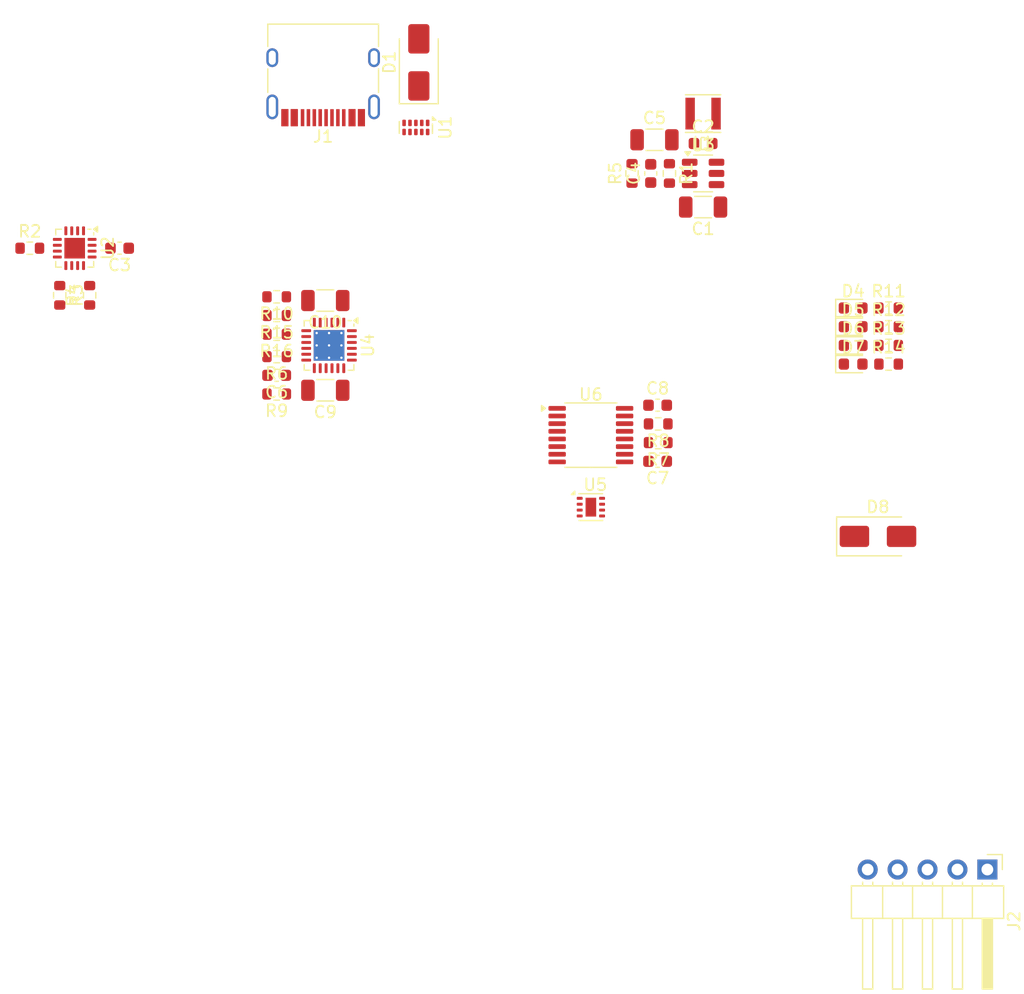
<source format=kicad_pcb>
(kicad_pcb (version 20241229) (generator "pcbnew") (generator_version "9.0")
  (layers (0 "F.Cu" signal) (2 "B.Cu" signal) (13 "F.Paste" user) (15 "B.Paste" user) (5 "F.SilkS" user "F.Silkscreen") (7 "B.SilkS" user "B.Silkscreen") (1 "F.Mask" user) (3 "B.Mask" user) (25 "Edge.Cuts" user))
  (net 0 "")
  (net 1 "GND")
  (net 2 "VBUS")
  (net 3 "Net-(U3-BOOST)")
  (net 4 "Net-(U3-SW)")
  (net 5 "Net-(U3-FB)")
  (net 6 "+3.3V")
  (net 7 "Net-(U4-dVdT)")
  (net 8 "Net-(C7-Pad1)")
  (net 9 "Net-(U6-~{Φ0})")
  (net 10 "VBUSP")
  (net 11 "Net-(D4-A)")
  (net 12 "Net-(D5-A)")
  (net 13 "Net-(D6-A)")
  (net 14 "Net-(D7-A)")
  (net 15 "FUSE_FAULT")
  (net 16 "D-")
  (net 17 "D+")
  (net 18 "CC1")
  (net 19 "CC2")
  (net 20 "CLK_BUS")
  (net 21 "Net-(U2-~{DEBUG})")
  (net 22 "Net-(U2-SDA{slash}SNK_VSET)")
  (net 23 "Net-(U2-SCL{slash}SNK_ISET)")
  (net 24 "Net-(U4-ILIM)")
  (net 25 "Net-(U6-Φ0)")
  (net 26 "Net-(U6-~{Φ1})")
  (net 27 "IMON")
  (net 28 "Net-(U4-UVLO)")
  (net 29 "CLK_LOW")
  (net 30 "PD_FAULT")
  (net 31 "Net-(U4-OVP)")
  (net 40 "SHUTDOWN")
  (net 45 "FAST")
  (net 49 "SLOW")
  (footprint "LED_SMD:LED_0603_1608Metric" (layer "F.Cu") (at 190.5375 93.98)
    (property "Reference" "D4" (at 0 -1.43 0) (layer "F.SilkS"))
    (property "Value" "VBUS")
    (fp_line (start -1.485 -0.735) (end -1.485 0.735) (stroke (width 0.12)) (layer "F.SilkS"))
    (fp_line (start -1.485 0.735) (end 0.8 0.735) (stroke (width 0.12)) (layer "F.SilkS"))
    (fp_line (start 0.8 -0.735) (end -1.485 -0.735) (stroke (width 0.12)) (layer "F.SilkS"))
    (pad "1" smd roundrect (at -0.7875 0) (size 0.875 0.95) (layers "F.Cu" "F.Mask" "F.Paste") (net 1 "GND"))
    (pad "2" smd roundrect (at 0.7875 0) (size 0.875 0.95) (layers "F.Cu" "F.Mask" "F.Paste") (net 11 "Net-(D4-A)"))
  )
  (footprint "Resistor_SMD:R_0603_1608Metric" (layer "F.Cu") (at 125.73 92.9 90)
    (property "Reference" "R4" (at 0 -1.43 90) (layer "F.SilkS"))
    (property "Value" "Riset")
    (fp_line (start -0.237258 -0.5225) (end 0.237258 -0.5225) (stroke (width 0.12)) (layer "F.SilkS"))
    (fp_line (start -0.237258 0.5225) (end 0.237258 0.5225) (stroke (width 0.12)) (layer "F.SilkS"))
    (pad "1" smd roundrect (at -0.825 0 90) (size 0.8 0.95) (layers "F.Cu" "F.Mask" "F.Paste") (net 1 "GND"))
    (pad "2" smd roundrect (at 0.825 0 90) (size 0.8 0.95) (layers "F.Cu" "F.Mask" "F.Paste") (net 23 "Net-(U2-SCL{slash}SNK_ISET)"))
  )
  (footprint "LED_SMD:LED_0603_1608Metric" (layer "F.Cu") (at 190.5375 98.7425)
    (property "Reference" "D7" (at 0 -1.43 0) (layer "F.SilkS"))
    (property "Value" "FUSE FAULT")
    (fp_line (start -1.485 -0.735) (end -1.485 0.735) (stroke (width 0.12)) (layer "F.SilkS"))
    (fp_line (start -1.485 0.735) (end 0.8 0.735) (stroke (width 0.12)) (layer "F.SilkS"))
    (fp_line (start 0.8 -0.735) (end -1.485 -0.735) (stroke (width 0.12)) (layer "F.SilkS"))
    (pad "1" smd roundrect (at -0.7875 0) (size 0.875 0.95) (layers "F.Cu" "F.Mask" "F.Paste") (net 15 "FUSE_FAULT"))
    (pad "2" smd roundrect (at 0.7875 0) (size 0.875 0.95) (layers "F.Cu" "F.Mask" "F.Paste") (net 14 "Net-(D7-A)"))
  )
  (footprint "Resistor_SMD:R_0603_1608Metric" (layer "F.Cu") (at 123.19 92.9 -90)
    (property "Reference" "R3" (at 0 -1.43 90) (layer "F.SilkS"))
    (property "Value" "Rvset")
    (fp_line (start -0.237258 0.5225) (end 0.237258 0.5225) (stroke (width 0.12)) (layer "F.SilkS"))
    (fp_line (start -0.237258 -0.5225) (end 0.237258 -0.5225) (stroke (width 0.12)) (layer "F.SilkS"))
    (pad "1" smd roundrect (at -0.825 0 270) (size 0.8 0.95) (layers "F.Cu" "F.Mask" "F.Paste") (net 22 "Net-(U2-SDA{slash}SNK_VSET)"))
    (pad "2" smd roundrect (at 0.825 0 270) (size 0.8 0.95) (layers "F.Cu" "F.Mask" "F.Paste") (net 1 "GND"))
  )
  (footprint "Capacitor_SMD:C_1206_3216Metric" (layer "F.Cu") (at 145.7325 100.965 180)
    (property "Reference" "C9" (at 0 -1.85 0) (layer "F.SilkS"))
    (property "Value" "10μF 50V")
    (fp_line (start -0.711252 0.91) (end 0.711252 0.91) (stroke (width 0.12)) (layer "F.SilkS"))
    (fp_line (start -0.711252 -0.91) (end 0.711252 -0.91) (stroke (width 0.12)) (layer "F.SilkS"))
    (pad "1" smd roundrect (at -1.475 0 180) (size 1.15 1.8) (layers "F.Cu" "F.Mask" "F.Paste") (roundrect_rratio 0.217391) (net 10 "VBUSP"))
    (pad "2" smd roundrect (at 1.475 0 180) (size 1.15 1.8) (layers "F.Cu" "F.Mask" "F.Paste") (roundrect_rratio 0.217391) (net 1 "GND"))
  )
  (footprint "Resistor_SMD:R_0603_1608Metric" (layer "F.Cu") (at 173.99 105.41 180)
    (property "Reference" "R7" (at 0 -1.43 0) (layer "F.SilkS"))
    (property "Value" "8.45kΩ")
    (fp_line (start -0.237258 0.5225) (end 0.237258 0.5225) (stroke (width 0.12)) (layer "F.SilkS"))
    (fp_line (start -0.237258 -0.5225) (end 0.237258 -0.5225) (stroke (width 0.12)) (layer "F.SilkS"))
    (pad "1" smd roundrect (at -0.825 0 180) (size 0.8 0.95) (layers "F.Cu" "F.Mask" "F.Paste") (net 8 "Net-(C7-Pad1)"))
    (pad "2" smd roundrect (at 0.825 0 180) (size 0.8 0.95) (layers "F.Cu" "F.Mask" "F.Paste") (net 25 "Net-(U6-Φ0)"))
  )
  (footprint "Resistor_SMD:R_0603_1608Metric" (layer "F.Cu") (at 141.605 98.1075 180)
    (property "Reference" "R6" (at 0 -1.43 0) (layer "F.SilkS"))
    (property "Value" "*11kΩ")
    (fp_line (start -0.237258 0.5225) (end 0.237258 0.5225) (stroke (width 0.12)) (layer "F.SilkS"))
    (fp_line (start -0.237258 -0.5225) (end 0.237258 -0.5225) (stroke (width 0.12)) (layer "F.SilkS"))
    (pad "1" smd roundrect (at -0.825 0 180) (size 0.8 0.95) (layers "F.Cu" "F.Mask" "F.Paste") (net 24 "Net-(U4-ILIM)"))
    (pad "2" smd roundrect (at 0.825 0 180) (size 0.8 0.95) (layers "F.Cu" "F.Mask" "F.Paste") (net 1 "GND"))
  )
  (footprint "Package_DFN_QFN:WQFN-16-1EP_3x3mm_P0.5mm_EP1.75x1.75mm" (layer "F.Cu") (at 124.46 88.9 -90)
    (property "Reference" "U2" (at 0 -2.8 90) (layer "F.SilkS"))
    (property "Value" "HUSB238A")
    (fp_line (start -1.61 1.61) (end -1.61 1.135) (stroke (width 0.12)) (layer "F.SilkS"))
    (fp_line (start -1.135 1.61) (end -1.61 1.61) (stroke (width 0.12)) (layer "F.SilkS"))
    (fp_line (start 1.135 1.61) (end 1.61 1.61) (stroke (width 0.12)) (layer "F.SilkS"))
    (fp_line (start 1.61 1.61) (end 1.61 1.135) (stroke (width 0.12)) (layer "F.SilkS"))
    (fp_line (start -1.61 -1.135) (end -1.61 -1.37) (stroke (width 0.12)) (layer "F.SilkS"))
    (fp_line (start -1.135 -1.61) (end -1.31 -1.61) (stroke (width 0.12)) (layer "F.SilkS"))
    (fp_line (start 1.135 -1.61) (end 1.61 -1.61) (stroke (width 0.12)) (layer "F.SilkS"))
    (fp_line (start 1.61 -1.61) (end 1.61 -1.135) (stroke (width 0.12)) (layer "F.SilkS"))
    (fp_poly (pts (xy -1.61 -1.61) (xy -1.85 -1.94) (xy -1.37 -1.94)) (stroke (width 0.12)) (fill yes) (layer "F.SilkS"))
    (pad "1" smd roundrect (at -1.475 -0.75 270) (size 0.75 0.25) (layers "F.Cu" "F.Mask" "F.Paste") (net 17 "D+"))
    (pad "2" smd roundrect (at -1.475 -0.25 270) (size 0.75 0.25) (layers "F.Cu" "F.Mask" "F.Paste") (net 16 "D-"))
    (pad "3" smd roundrect (at -1.475 0.25 270) (size 0.75 0.25) (layers "F.Cu" "F.Mask" "F.Paste") (net 18 "CC1"))
    (pad "4" smd roundrect (at -1.475 0.75 270) (size 0.75 0.25) (layers "F.Cu" "F.Mask" "F.Paste") (net 19 "CC2"))
    (pad "5" smd roundrect (at -0.75 1.475 270) (size 0.25 0.75) (layers "F.Cu" "F.Mask" "F.Paste") (net 6 "+3.3V"))
    (pad "6" smd roundrect (at -0.25 1.475 270) (size 0.25 0.75) (layers "F.Cu" "F.Mask" "F.Paste") (net 21 "Net-(U2-~{DEBUG})"))
    (pad "7" smd roundrect (at 0.25 1.475 270) (size 0.25 0.75) (layers "F.Cu" "F.Mask" "F.Paste"))
    (pad "8" smd roundrect (at 0.75 1.475 270) (size 0.25 0.75) (layers "F.Cu" "F.Mask" "F.Paste"))
    (pad "9" smd roundrect (at 1.475 0.75 270) (size 0.75 0.25) (layers "F.Cu" "F.Mask" "F.Paste") (net 22 "Net-(U2-SDA{slash}SNK_VSET)"))
    (pad "10" smd roundrect (at 1.475 0.25 270) (size 0.75 0.25) (layers "F.Cu" "F.Mask" "F.Paste") (net 23 "Net-(U2-SCL{slash}SNK_ISET)"))
    (pad "11" smd roundrect (at 1.475 -0.25 270) (size 0.75 0.25) (layers "F.Cu" "F.Mask" "F.Paste"))
    (pad "12" smd roundrect (at 1.475 -0.75 270) (size 0.75 0.25) (layers "F.Cu" "F.Mask" "F.Paste") (net 1 "GND"))
    (pad "13" smd roundrect (at 0.75 -1.475 270) (size 0.25 0.75) (layers "F.Cu" "F.Mask" "F.Paste") (net 30 "PD_FAULT"))
    (pad "14" smd roundrect (at 0.25 -1.475 270) (size 0.25 0.75) (layers "F.Cu" "F.Mask" "F.Paste"))
    (pad "15" smd roundrect (at -0.25 -1.475 270) (size 0.25 0.75) (layers "F.Cu" "F.Mask" "F.Paste"))
    (pad "16" smd roundrect (at -0.75 -1.475 270) (size 0.25 0.75) (layers "F.Cu" "F.Mask" "F.Paste") (net 2 "VBUS"))
    (pad "17" smd rect (at 0 0 270) (size 1.75 1.75) (property pad_prop_heatsink) (layers "F.Cu" "F.Mask") (net 1 "GND"))
  )
  (footprint "Capacitor_SMD:C_0603_1608Metric" (layer "F.Cu") (at 128.27 88.9 180)
    (property "Reference" "C3" (at 0 -1.43 0) (layer "F.SilkS"))
    (property "Value" "1μF 50V")
    (fp_line (start -0.14058 0.51) (end 0.14058 0.51) (stroke (width 0.12)) (layer "F.SilkS"))
    (fp_line (start -0.14058 -0.51) (end 0.14058 -0.51) (stroke (width 0.12)) (layer "F.SilkS"))
    (pad "1" smd roundrect (at -0.775 0 180) (size 0.9 0.95) (layers "F.Cu" "F.Mask" "F.Paste") (net 1 "GND"))
    (pad "2" smd roundrect (at 0.775 0 180) (size 0.9 0.95) (layers "F.Cu" "F.Mask" "F.Paste") (net 2 "VBUS"))
  )
  (footprint "Diode_SMD:D_SMA" (layer "F.Cu") (at 153.67 73.12 90)
    (property "Reference" "D1" (at 0 -2.5 90) (layer "F.SilkS"))
    (property "Value" "≥28V TVS")
    (fp_line (start -3.51 -1.65) (end 2 -1.65) (stroke (width 0.12)) (layer "F.SilkS"))
    (fp_line (start -3.51 -1.65) (end -3.51 1.65) (stroke (width 0.12)) (layer "F.SilkS"))
    (fp_line (start -3.51 1.65) (end 2 1.65) (stroke (width 0.12)) (layer "F.SilkS"))
    (pad "1" smd roundrect (at -2 0 90) (size 2.5 1.8) (layers "F.Cu" "F.Mask" "F.Paste") (roundrect_rratio 0.1388888889) (net 2 "VBUS"))
    (pad "2" smd roundrect (at 2 0 90) (size 2.5 1.8) (layers "F.Cu" "F.Mask" "F.Paste") (roundrect_rratio 0.1388888889) (net 1 "GND"))
  )
  (footprint "Capacitor_SMD:C_0603_1608Metric" (layer "F.Cu") (at 173.355 82.55 90)
    (property "Reference" "C4" (at 0 -1.43 90) (layer "F.SilkS"))
    (property "Value" "100pF")
    (fp_line (start -0.14058 -0.51) (end 0.14058 -0.51) (stroke (width 0.12)) (layer "F.SilkS"))
    (fp_line (start -0.14058 0.51) (end 0.14058 0.51) (stroke (width 0.12)) (layer "F.SilkS"))
    (pad "1" smd roundrect (at -0.775 0 90) (size 0.9 0.95) (layers "F.Cu" "F.Mask" "F.Paste") (net 5 "Net-(U3-FB)"))
    (pad "2" smd roundrect (at 0.775 0 90) (size 0.9 0.95) (layers "F.Cu" "F.Mask" "F.Paste") (net 6 "+3.3V"))
  )
  (footprint "Package_SO:TSSOP-16_4.4x5mm_P0.65mm" (layer "F.Cu") (at 168.275 104.775)
    (property "Reference" "U6" (at 0 -3.45 0) (layer "F.SilkS"))
    (property "Value" "74HC4060")
    (fp_line (start 0 -2.735) (end -2.2 -2.735) (stroke (width 0.12)) (layer "F.SilkS"))
    (fp_line (start 0 -2.735) (end 2.2 -2.735) (stroke (width 0.12)) (layer "F.SilkS"))
    (fp_line (start 0 2.735) (end -2.2 2.735) (stroke (width 0.12)) (layer "F.SilkS"))
    (fp_line (start 0 2.735) (end 2.2 2.735) (stroke (width 0.12)) (layer "F.SilkS"))
    (fp_poly (pts (xy -3.86 -2.275) (xy -4.19 -2.035) (xy -4.19 -2.515)) (stroke (width 0.12)) (fill yes) (layer "F.SilkS"))
    (pad "1" smd roundrect (at -2.8625 -2.275) (size 1.475 0.4) (layers "F.Cu" "F.Mask" "F.Paste"))
    (pad "2" smd roundrect (at -2.8625 -1.625) (size 1.475 0.4) (layers "F.Cu" "F.Mask" "F.Paste"))
    (pad "3" smd roundrect (at -2.8625 -0.975) (size 1.475 0.4) (layers "F.Cu" "F.Mask" "F.Paste"))
    (pad "4" smd roundrect (at -2.8625 -0.325) (size 1.475 0.4) (layers "F.Cu" "F.Mask" "F.Paste"))
    (pad "5" smd roundrect (at -2.8625 0.325) (size 1.475 0.4) (layers "F.Cu" "F.Mask" "F.Paste"))
    (pad "6" smd roundrect (at -2.8625 0.975) (size 1.475 0.4) (layers "F.Cu" "F.Mask" "F.Paste"))
    (pad "7" smd roundrect (at -2.8625 1.625) (size 1.475 0.4) (layers "F.Cu" "F.Mask" "F.Paste"))
    (pad "8" smd roundrect (at -2.8625 2.275) (size 1.475 0.4) (layers "F.Cu" "F.Mask" "F.Paste") (net 1 "GND"))
    (pad "9" smd roundrect (at 2.8625 2.275) (size 1.475 0.4) (layers "F.Cu" "F.Mask" "F.Paste") (net 9 "Net-(U6-~{Φ0})"))
    (pad "10" smd roundrect (at 2.8625 1.625) (size 1.475 0.4) (layers "F.Cu" "F.Mask" "F.Paste") (net 25 "Net-(U6-Φ0)"))
    (pad "11" smd roundrect (at 2.8625 0.975) (size 1.475 0.4) (layers "F.Cu" "F.Mask" "F.Paste") (net 26 "Net-(U6-~{Φ1})"))
    (pad "12" smd roundrect (at 2.8625 0.325) (size 1.475 0.4) (layers "F.Cu" "F.Mask" "F.Paste") (net 1 "GND"))
    (pad "13" smd roundrect (at 2.8625 -0.325) (size 1.475 0.4) (layers "F.Cu" "F.Mask" "F.Paste") (net 49 "SLOW"))
    (pad "14" smd roundrect (at 2.8625 -0.975) (size 1.475 0.4) (layers "F.Cu" "F.Mask" "F.Paste") (net 45 "FAST"))
    (pad "15" smd roundrect (at 2.8625 -1.625) (size 1.475 0.4) (layers "F.Cu" "F.Mask" "F.Paste"))
    (pad "16" smd roundrect (at 2.8625 -2.275) (size 1.475 0.4) (layers "F.Cu" "F.Mask" "F.Paste") (net 6 "+3.3V"))
  )
  (footprint "Capacitor_SMD:C_0603_1608Metric" (layer "F.Cu") (at 173.94 106.9975 180)
    (property "Reference" "C7" (at 0 -1.43 0) (layer "F.SilkS"))
    (property "Value" "100nF")
    (fp_line (start -0.14058 0.51) (end 0.14058 0.51) (stroke (width 0.12)) (layer "F.SilkS"))
    (fp_line (start -0.14058 -0.51) (end 0.14058 -0.51) (stroke (width 0.12)) (layer "F.SilkS"))
    (pad "1" smd roundrect (at -0.775 0 180) (size 0.9 0.95) (layers "F.Cu" "F.Mask" "F.Paste") (net 8 "Net-(C7-Pad1)"))
    (pad "2" smd roundrect (at 0.775 0 180) (size 0.9 0.95) (layers "F.Cu" "F.Mask" "F.Paste") (net 9 "Net-(U6-~{Φ0})"))
  )
  (footprint "Package_TO_SOT_SMD:TSOT-23-6" (layer "F.Cu") (at 177.8 82.55)
    (property "Reference" "U3" (at 0 -2.4 0) (layer "F.SilkS"))
    (property "Value" "ETA2845S2G")
    (fp_line (start 0 -1.56) (end -0.8 -1.56) (stroke (width 0.12)) (layer "F.SilkS"))
    (fp_line (start 0 -1.56) (end 0.8 -1.56) (stroke (width 0.12)) (layer "F.SilkS"))
    (fp_line (start 0 1.56) (end -0.8 1.56) (stroke (width 0.12)) (layer "F.SilkS"))
    (fp_line (start 0 1.56) (end 0.8 1.56) (stroke (width 0.12)) (layer "F.SilkS"))
    (fp_poly (pts (xy -1.3 -1.51) (xy -1.54 -1.84) (xy -1.06 -1.84)) (stroke (width 0.12)) (fill yes) (layer "F.SilkS"))
    (pad "1" smd roundrect (at -1.1375 -0.95) (size 1.325 0.6) (layers "F.Cu" "F.Mask" "F.Paste") (net 3 "Net-(U3-BOOST)"))
    (pad "2" smd roundrect (at -1.1375 0) (size 1.325 0.6) (layers "F.Cu" "F.Mask" "F.Paste") (net 1 "GND"))
    (pad "3" smd roundrect (at -1.1375 0.95) (size 1.325 0.6) (layers "F.Cu" "F.Mask" "F.Paste") (net 5 "Net-(U3-FB)"))
    (pad "4" smd roundrect (at 1.1375 0.95) (size 1.325 0.6) (layers "F.Cu" "F.Mask" "F.Paste") (net 2 "VBUS"))
    (pad "5" smd roundrect (at 1.1375 0) (size 1.325 0.6) (layers "F.Cu" "F.Mask" "F.Paste") (net 2 "VBUS"))
    (pad "6" smd roundrect (at 1.1375 -0.95) (size 1.325 0.6) (layers "F.Cu" "F.Mask" "F.Paste") (net 4 "Net-(U3-SW)"))
  )
  (footprint "Capacitor_SMD:C_1206_3216Metric" (layer "F.Cu") (at 173.6725 79.6925)
    (property "Reference" "C5" (at 0 -1.85 0) (layer "F.SilkS"))
    (property "Value" "22uF")
    (fp_line (start -0.711252 -0.91) (end 0.711252 -0.91) (stroke (width 0.12)) (layer "F.SilkS"))
    (fp_line (start -0.711252 0.91) (end 0.711252 0.91) (stroke (width 0.12)) (layer "F.SilkS"))
    (pad "1" smd roundrect (at -1.475 0) (size 1.15 1.8) (layers "F.Cu" "F.Mask" "F.Paste") (roundrect_rratio 0.217391) (net 1 "GND"))
    (pad "2" smd roundrect (at 1.475 0) (size 1.15 1.8) (layers "F.Cu" "F.Mask" "F.Paste") (roundrect_rratio 0.217391) (net 6 "+3.3V"))
  )
  (footprint "Capacitor_SMD:C_1206_3216Metric" (layer "F.Cu") (at 145.7325 93.345 180)
    (property "Reference" "C10" (at 0 -1.85 0) (layer "F.SilkS"))
    (property "Value" "10μF 50V")
    (fp_line (start -0.711252 0.91) (end 0.711252 0.91) (stroke (width 0.12)) (layer "F.SilkS"))
    (fp_line (start -0.711252 -0.91) (end 0.711252 -0.91) (stroke (width 0.12)) (layer "F.SilkS"))
    (pad "1" smd roundrect (at -1.475 0 180) (size 1.15 1.8) (layers "F.Cu" "F.Mask" "F.Paste") (roundrect_rratio 0.217391) (net 2 "VBUS"))
    (pad "2" smd roundrect (at 1.475 0 180) (size 1.15 1.8) (layers "F.Cu" "F.Mask" "F.Paste") (roundrect_rratio 0.217391) (net 1 "GND"))
  )
  (footprint "Inductor_SMD:L_Taiyo-Yuden_MD-3030" (layer "F.Cu") (at 177.8 77.47 180)
    (property "Reference" "L1" (at 0 -2.5 0) (layer "F.SilkS"))
    (property "Value" "10μH")
    (fp_line (start -1.5 1.6) (end 1.5 1.6) (stroke (width 0.12)) (layer "F.SilkS"))
    (fp_line (start -1.5 -1.6) (end 1.5 -1.6) (stroke (width 0.12)) (layer "F.SilkS"))
    (pad "1" smd rect (at -1.1 0 180) (size 0.8 2.7) (layers "F.Cu" "F.Mask" "F.Paste") (net 4 "Net-(U3-SW)"))
    (pad "2" smd rect (at 1.1 0 180) (size 0.8 2.7) (layers "F.Cu" "F.Mask" "F.Paste") (net 6 "+3.3V"))
  )
  (footprint "Resistor_SMD:R_0603_1608Metric" (layer "F.Cu") (at 193.5475 98.7425)
    (property "Reference" "R14" (at 0 -1.43 0) (layer "F.SilkS"))
    (property "Value" "*")
    (fp_line (start -0.237258 -0.5225) (end 0.237258 -0.5225) (stroke (width 0.12)) (layer "F.SilkS"))
    (fp_line (start -0.237258 0.5225) (end 0.237258 0.5225) (stroke (width 0.12)) (layer "F.SilkS"))
    (pad "1" smd roundrect (at -0.825 0) (size 0.8 0.95) (layers "F.Cu" "F.Mask" "F.Paste") (net 14 "Net-(D7-A)"))
    (pad "2" smd roundrect (at 0.825 0) (size 0.8 0.95) (layers "F.Cu" "F.Mask" "F.Paste") (net 6 "+3.3V"))
  )
  (footprint "Resistor_SMD:R_0603_1608Metric" (layer "F.Cu") (at 173.99 103.8225 180)
    (property "Reference" "R8" (at 0 -1.43 0) (layer "F.SilkS"))
    (property "Value" "20kΩ")
    (fp_line (start -0.237258 0.5225) (end 0.237258 0.5225) (stroke (width 0.12)) (layer "F.SilkS"))
    (fp_line (start -0.237258 -0.5225) (end 0.237258 -0.5225) (stroke (width 0.12)) (layer "F.SilkS"))
    (pad "1" smd roundrect (at -0.825 0 180) (size 0.8 0.95) (layers "F.Cu" "F.Mask" "F.Paste") (net 8 "Net-(C7-Pad1)"))
    (pad "2" smd roundrect (at 0.825 0 180) (size 0.8 0.95) (layers "F.Cu" "F.Mask" "F.Paste") (net 26 "Net-(U6-~{Φ1})"))
  )
  (footprint "Diode_SMD:D_SMA" (layer "F.Cu") (at 192.645 113.375)
    (property "Reference" "D8" (at 0 -2.5 0) (layer "F.SilkS"))
    (property "Value" "≥28V TVS")
    (fp_line (start -3.51 -1.65) (end -3.51 1.65) (stroke (width 0.12)) (layer "F.SilkS"))
    (fp_line (start -3.51 -1.65) (end 2 -1.65) (stroke (width 0.12)) (layer "F.SilkS"))
    (fp_line (start -3.51 1.65) (end 2 1.65) (stroke (width 0.12)) (layer "F.SilkS"))
    (pad "1" smd roundrect (at -2 0) (size 2.5 1.8) (layers "F.Cu" "F.Mask" "F.Paste") (roundrect_rratio 0.1388888889) (net 10 "VBUSP"))
    (pad "2" smd roundrect (at 2 0) (size 2.5 1.8) (layers "F.Cu" "F.Mask" "F.Paste") (roundrect_rratio 0.1388888889) (net 1 "GND"))
  )
  (footprint "LED_SMD:LED_0603_1608Metric" (layer "F.Cu") (at 190.5375 95.5675)
    (property "Reference" "D5" (at 0 -1.43 0) (layer "F.SilkS"))
    (property "Value" "CLK")
    (fp_line (start -1.485 -0.735) (end -1.485 0.735) (stroke (width 0.12)) (layer "F.SilkS"))
    (fp_line (start -1.485 0.735) (end 0.8 0.735) (stroke (width 0.12)) (layer "F.SilkS"))
    (fp_line (start 0.8 -0.735) (end -1.485 -0.735) (stroke (width 0.12)) (layer "F.SilkS"))
    (pad "1" smd roundrect (at -0.7875 0) (size 0.875 0.95) (layers "F.Cu" "F.Mask" "F.Paste") (net 1 "GND"))
    (pad "2" smd roundrect (at 0.7875 0) (size 0.875 0.95) (layers "F.Cu" "F.Mask" "F.Paste") (net 12 "Net-(D5-A)"))
  )
  (footprint "Resistor_SMD:R_0603_1608Metric" (layer "F.Cu") (at 193.5475 97.155)
    (property "Reference" "R13" (at 0 -1.43 0) (layer "F.SilkS"))
    (property "Value" "*")
    (fp_line (start -0.237258 -0.5225) (end 0.237258 -0.5225) (stroke (width 0.12)) (layer "F.SilkS"))
    (fp_line (start -0.237258 0.5225) (end 0.237258 0.5225) (stroke (width 0.12)) (layer "F.SilkS"))
    (pad "1" smd roundrect (at -0.825 0) (size 0.8 0.95) (layers "F.Cu" "F.Mask" "F.Paste") (net 13 "Net-(D6-A)"))
    (pad "2" smd roundrect (at 0.825 0) (size 0.8 0.95) (layers "F.Cu" "F.Mask" "F.Paste") (net 30 "PD_FAULT"))
  )
  (footprint "Resistor_SMD:R_0603_1608Metric" (layer "F.Cu") (at 193.5475 93.98)
    (property "Reference" "R11" (at 0 -1.43 0) (layer "F.SilkS"))
    (property "Value" "*")
    (fp_line (start -0.237258 -0.5225) (end 0.237258 -0.5225) (stroke (width 0.12)) (layer "F.SilkS"))
    (fp_line (start -0.237258 0.5225) (end 0.237258 0.5225) (stroke (width 0.12)) (layer "F.SilkS"))
    (pad "1" smd roundrect (at -0.825 0) (size 0.8 0.95) (layers "F.Cu" "F.Mask" "F.Paste") (net 11 "Net-(D4-A)"))
    (pad "2" smd roundrect (at 0.825 0) (size 0.8 0.95) (layers "F.Cu" "F.Mask" "F.Paste") (net 6 "+3.3V"))
  )
  (footprint "Capacitor_SMD:C_0603_1608Metric" (layer "F.Cu") (at 141.605 99.695 180)
    (property "Reference" "C6" (at 0 -1.43 0) (layer "F.SilkS"))
    (property "Value" "*10nF")
    (fp_line (start -0.14058 0.51) (end 0.14058 0.51) (stroke (width 0.12)) (layer "F.SilkS"))
    (fp_line (start -0.14058 -0.51) (end 0.14058 -0.51) (stroke (width 0.12)) (layer "F.SilkS"))
    (pad "1" smd roundrect (at -0.775 0 180) (size 0.9 0.95) (layers "F.Cu" "F.Mask" "F.Paste") (net 7 "Net-(U4-dVdT)"))
    (pad "2" smd roundrect (at 0.775 0 180) (size 0.9 0.95) (layers "F.Cu" "F.Mask" "F.Paste") (net 1 "GND"))
  )
  (footprint "Resistor_SMD:R_0603_1608Metric" (layer "F.Cu") (at 141.605 94.615 180)
    (property "Reference" "R15" (at 0 -1.43 0) (layer "F.SilkS"))
    (property "Value" "*")
    (fp_line (start -0.237258 0.5225) (end 0.237258 0.5225) (stroke (width 0.12)) (layer "F.SilkS"))
    (fp_line (start -0.237258 -0.5225) (end 0.237258 -0.5225) (stroke (width 0.12)) (layer "F.SilkS"))
    (pad "1" smd roundrect (at -0.825 0 180) (size 0.8 0.95) (layers "F.Cu" "F.Mask" "F.Paste") (net 28 "Net-(U4-UVLO)"))
    (pad "2" smd roundrect (at 0.825 0 180) (size 0.8 0.95) (layers "F.Cu" "F.Mask" "F.Paste") (net 31 "Net-(U4-OVP)"))
  )
  (footprint "Package_SON:WSON-8-1EP_2x2mm_P0.5mm_EP0.9x1.6mm" (layer "F.Cu") (at 168.275 110.89)
    (property "Reference" "U5" (at 0.38 -1.9 0) (layer "F.SilkS"))
    (property "Value" "DRV8837C")
    (fp_line (start -1.01 -1.14) (end 0.99 -1.14) (stroke (width 0.12)) (layer "F.SilkS"))
    (fp_line (start -1 1.14) (end 1 1.14) (stroke (width 0.12)) (layer "F.SilkS"))
    (fp_poly (pts (xy -1.37 -1.07) (xy -1.65 -1.07) (xy -1.37 -1.35) (xy -1.37 -1.07)) (stroke (width 0.12)) (fill yes) (layer "F.SilkS"))
    (pad "1" smd roundrect (at -0.95 -0.75) (size 0.5 0.25) (layers "F.Cu" "F.Mask" "F.Paste") (net 6 "+3.3V"))
    (pad "2" smd roundrect (at -0.95 -0.25) (size 0.5 0.25) (layers "F.Cu" "F.Mask" "F.Paste") (net 20 "CLK_BUS"))
    (pad "3" smd roundrect (at -0.95 0.25) (size 0.5 0.25) (layers "F.Cu" "F.Mask" "F.Paste"))
    (pad "4" smd roundrect (at -0.95 0.75) (size 0.5 0.25) (layers "F.Cu" "F.Mask" "F.Paste") (net 1 "GND"))
    (pad "5" smd roundrect (at 0.95 0.75) (size 0.5 0.25) (layers "F.Cu" "F.Mask" "F.Paste") (net 29 "CLK_LOW"))
    (pad "6" smd roundrect (at 0.95 0.25) (size 0.5 0.25) (layers "F.Cu" "F.Mask" "F.Paste") (net 6 "+3.3V"))
    (pad "7" smd roundrect (at 0.95 -0.25) (size 0.5 0.25) (layers "F.Cu" "F.Mask" "F.Paste") (net 6 "+3.3V"))
    (pad "8" smd roundrect (at 0.95 -0.75) (size 0.5 0.25) (layers "F.Cu" "F.Mask" "F.Paste") (net 6 "+3.3V"))
    (pad "9" smd rect (at 0 0) (size 0.9 1.6) (layers "F.Cu" "F.Mask") (net 1 "GND"))
  )
  (footprint "Connector_PinHeader_2.54mm:PinHeader_1x05_P2.54mm_Horizontal" (layer "F.Cu") (at 201.93 141.665 -90)
    (property "Reference" "J2" (at 4.385 -2.27 90) (layer "F.SilkS"))
    (property "Value" "Conn_01x05")
    (fp_line (start 1.39 11.54) (end 4.15 11.54) (stroke (width 0.12)) (layer "F.SilkS"))
    (fp_line (start 4.15 11.54) (end 4.15 -1.38) (stroke (width 0.12)) (layer "F.SilkS"))
    (fp_line (start 1.077358 10.59) (end 1.39 10.59) (stroke (width 0.12)) (layer "F.SilkS"))
    (fp_line (start 10.15 10.59) (end 4.15 10.59) (stroke (width 0.12)) (layer "F.SilkS"))
    (fp_line (start 1.077358 9.73) (end 1.39 9.73) (stroke (width 0.12)) (layer "F.SilkS"))
    (fp_line (start 4.15 9.73) (end 10.15 9.73) (stroke (width 0.12)) (layer "F.SilkS"))
    (fp_line (start 10.15 9.73) (end 10.15 10.59) (stroke (width 0.12)) (layer "F.SilkS"))
    (fp_line (start 1.39 8.89) (end 4.15 8.89) (stroke (width 0.12)) (layer "F.SilkS"))
    (fp_line (start 1.077358 8.05) (end 1.39 8.05) (stroke (width 0.12)) (layer "F.SilkS"))
    (fp_line (start 10.15 8.05) (end 4.15 8.05) (stroke (width 0.12)) (layer "F.SilkS"))
    (fp_line (start 1.077358 7.19) (end 1.39 7.19) (stroke (width 0.12)) (layer "F.SilkS"))
    (fp_line (start 4.15 7.19) (end 10.15 7.19) (stroke (width 0.12)) (layer "F.SilkS"))
    (fp_line (start 10.15 7.19) (end 10.15 8.05) (stroke (width 0.12)) (layer "F.SilkS"))
    (fp_line (start 1.39 6.35) (end 4.15 6.35) (stroke (width 0.12)) (layer "F.SilkS"))
    (fp_line (start 1.077358 5.51) (end 1.39 5.51) (stroke (width 0.12)) (layer "F.SilkS"))
    (fp_line (start 10.15 5.51) (end 4.15 5.51) (stroke (width 0.12)) (layer "F.SilkS"))
    (fp_line (start 1.077358 4.65) (end 1.39 4.65) (stroke (width 0.12)) (layer "F.SilkS"))
    (fp_line (start 4.15 4.65) (end 10.15 4.65) (stroke (width 0.12)) (layer "F.SilkS"))
    (fp_line (start 10.15 4.65) (end 10.15 5.51) (stroke (width 0.12)) (layer "F.SilkS"))
    (fp_line (start 1.39 3.81) (end 4.15 3.81) (stroke (width 0.12)) (layer "F.SilkS"))
    (fp_line (start 1.077358 2.97) (end 1.39 2.97) (stroke (width 0.12)) (layer "F.SilkS"))
    (fp_line (start 10.15 2.97) (end 4.15 2.97) (stroke (width 0.12)) (layer "F.SilkS"))
    (fp_line (start 1.077358 2.11) (end 1.39 2.11) (stroke (width 0.12)) (layer "F.SilkS"))
    (fp_line (start 4.15 2.11) (end 10.15 2.11) (stroke (width 0.12)) (layer "F.SilkS"))
    (fp_line (start 10.15 2.11) (end 10.15 2.97) (stroke (width 0.12)) (layer "F.SilkS"))
    (fp_line (start 1.39 1.27) (end 4.15 1.27) (stroke (width 0.12)) (layer "F.SilkS"))
    (fp_line (start 1.16 0.43) (end 1.39 0.43) (stroke (width 0.12)) (layer "F.SilkS"))
    (fp_line (start -1.27 0) (end -1.27 -1.27) (stroke (width 0.12)) (layer "F.SilkS"))
    (fp_line (start 1.16 -0.43) (end 1.39 -0.43) (stroke (width 0.12)) (layer "F.SilkS"))
    (fp_line (start -1.27 -1.27) (end 0 -1.27) (stroke (width 0.12)) (layer "F.SilkS"))
    (fp_line (start 1.39 -1.38) (end 1.39 11.54) (stroke (width 0.12)) (layer "F.SilkS"))
    (fp_line (start 4.15 -1.38) (end 1.39 -1.38) (stroke (width 0.12)) (layer "F.SilkS"))
    (fp_rect (start 4.15 -0.43) (end 10.15 0.43) (stroke (width 0.12)) (fill yes) (layer "F.SilkS"))
    (pad "1" thru_hole rect (at 0 0 270) (size 1.7 1.7) (drill 1) (layers "*.Cu" "*.Mask") (net 10 "VBUSP"))
    (pad "2" thru_hole circle (at 0 2.54 270) (size 1.7 1.7) (drill 1) (layers "*.Cu" "*.Mask") (net 10 "VBUSP"))
    (pad "3" thru_hole circle (at 0 5.08 270) (size 1.7 1.7) (drill 1) (layers "*.Cu" "*.Mask") (net 1 "GND"))
    (pad "4" thru_hole circle (at 0 7.62 270) (size 1.7 1.7) (drill 1) (layers "*.Cu" "*.Mask") (net 1 "GND"))
    (pad "5" thru_hole circle (at 0 10.16 270) (size 1.7 1.7) (drill 1) (layers "*.Cu" "*.Mask") (net 20 "CLK_BUS"))
  )
  (footprint "Resistor_SMD:R_0603_1608Metric" (layer "F.Cu") (at 174.9425 82.55 -90)
    (property "Reference" "R1" (at 0 -1.43 90) (layer "F.SilkS"))
    (property "Value" "75kΩ")
    (fp_line (start -0.237258 0.5225) (end 0.237258 0.5225) (stroke (width 0.12)) (layer "F.SilkS"))
    (fp_line (start -0.237258 -0.5225) (end 0.237258 -0.5225) (stroke (width 0.12)) (layer "F.SilkS"))
    (pad "1" smd roundrect (at -0.825 0 270) (size 0.8 0.95) (layers "F.Cu" "F.Mask" "F.Paste") (net 6 "+3.3V"))
    (pad "2" smd roundrect (at 0.825 0 270) (size 0.8 0.95) (layers "F.Cu" "F.Mask" "F.Paste") (net 5 "Net-(U3-FB)"))
  )
  (footprint "Capacitor_SMD:C_0603_1608Metric" (layer "F.Cu") (at 173.94 102.235)
    (property "Reference" "C8" (at 0 -1.43 0) (layer "F.SilkS"))
    (property "Value" "100nF")
    (fp_line (start -0.14058 -0.51) (end 0.14058 -0.51) (stroke (width 0.12)) (layer "F.SilkS"))
    (fp_line (start -0.14058 0.51) (end 0.14058 0.51) (stroke (width 0.12)) (layer "F.SilkS"))
    (pad "1" smd roundrect (at -0.775 0) (size 0.9 0.95) (layers "F.Cu" "F.Mask" "F.Paste") (net 6 "+3.3V"))
    (pad "2" smd roundrect (at 0.775 0) (size 0.9 0.95) (layers "F.Cu" "F.Mask" "F.Paste") (net 1 "GND"))
  )
  (footprint "Package_SON:USON-10_2.5x1.0mm_P0.5mm" (layer "F.Cu") (at 153.42 78.645 -90)
    (property "Reference" "U1" (at 0.01829 -2.5 90) (layer "F.SilkS"))
    (property "Value" "TPD4E05U06DQA")
    (fp_line (start 0.5 1.41) (end -0.5 1.41) (stroke (width 0.12)) (layer "F.SilkS"))
    (fp_line (start 0.5 -1.41) (end -0.29 -1.41) (stroke (width 0.12)) (layer "F.SilkS"))
    (fp_poly (pts (xy -0.62 -1.41) (xy -0.9 -1.41) (xy -0.62 -1.69) (xy -0.62 -1.41)) (stroke (width 0.12)) (fill yes) (layer "F.SilkS"))
    (pad "1" smd roundrect (at -0.385 -1 180) (size 0.3 0.55) (layers "F.Cu" "F.Mask" "F.Paste") (net 17 "D+"))
    (pad "2" smd roundrect (at -0.385 -0.5 180) (size 0.3 0.55) (layers "F.Cu" "F.Mask" "F.Paste") (net 16 "D-"))
    (pad "3" smd roundrect (at -0.385 0 180) (size 0.3 0.55) (layers "F.Cu" "F.Mask" "F.Paste") (net 1 "GND"))
    (pad "4" smd roundrect (at -0.385 0.5 180) (size 0.3 0.55) (layers "F.Cu" "F.Mask" "F.Paste") (net 18 "CC1"))
    (pad "5" smd roundrect (at -0.385 1 180) (size 0.3 0.55) (layers "F.Cu" "F.Mask" "F.Paste") (net 19 "CC2"))
    (pad "6" smd roundrect (at 0.385 1 180) (size 0.3 0.55) (layers "F.Cu" "F.Mask" "F.Paste") (net 19 "CC2"))
    (pad "7" smd roundrect (at 0.385 0.5 180) (size 0.3 0.55) (layers "F.Cu" "F.Mask" "F.Paste") (net 18 "CC1"))
    (pad "8" smd roundrect (at 0.385 0 180) (size 0.3 0.55) (layers "F.Cu" "F.Mask" "F.Paste") (net 1 "GND"))
    (pad "9" smd roundrect (at 0.385 -0.5 180) (size 0.3 0.55) (layers "F.Cu" "F.Mask" "F.Paste") (net 16 "D-"))
    (pad "10" smd roundrect (at 0.385 -1 180) (size 0.3 0.55) (layers "F.Cu" "F.Mask" "F.Paste") (net 17 "D+"))
  )
  (footprint "Resistor_SMD:R_0603_1608Metric" (layer "F.Cu") (at 141.605 93.0275 180)
    (property "Reference" "R10" (at 0 -1.43 0) (layer "F.SilkS"))
    (property "Value" "*")
    (fp_line (start -0.237258 0.5225) (end 0.237258 0.5225) (stroke (width 0.12)) (layer "F.SilkS"))
    (fp_line (start -0.237258 -0.5225) (end 0.237258 -0.5225) (stroke (width 0.12)) (layer "F.SilkS"))
    (pad "1" smd roundrect (at -0.825 0 180) (size 0.8 0.95) (layers "F.Cu" "F.Mask" "F.Paste") (net 2 "VBUS"))
    (pad "2" smd roundrect (at 0.825 0 180) (size 0.8 0.95) (layers "F.Cu" "F.Mask" "F.Paste") (net 28 "Net-(U4-UVLO)"))
  )
  (footprint "Capacitor_SMD:C_1206_3216Metric" (layer "F.Cu") (at 177.8 85.4075 180)
    (property "Reference" "C1" (at 0 -1.85 0) (layer "F.SilkS"))
    (property "Value" "10μF 50V")
    (fp_line (start -0.711252 0.91) (end 0.711252 0.91) (stroke (width 0.12)) (layer "F.SilkS"))
    (fp_line (start -0.711252 -0.91) (end 0.711252 -0.91) (stroke (width 0.12)) (layer "F.SilkS"))
    (pad "1" smd roundrect (at -1.475 0 180) (size 1.15 1.8) (layers "F.Cu" "F.Mask" "F.Paste") (roundrect_rratio 0.217391) (net 2 "VBUS"))
    (pad "2" smd roundrect (at 1.475 0 180) (size 1.15 1.8) (layers "F.Cu" "F.Mask" "F.Paste") (roundrect_rratio 0.217391) (net 1 "GND"))
  )
  (footprint "Resistor_SMD:R_0603_1608Metric" (layer "F.Cu") (at 141.605 101.2825 180)
    (property "Reference" "R9" (at 0 -1.43 0) (layer "F.SilkS"))
    (property "Value" "10kΩ")
    (fp_line (start -0.237258 0.5225) (end 0.237258 0.5225) (stroke (width 0.12)) (layer "F.SilkS"))
    (fp_line (start -0.237258 -0.5225) (end 0.237258 -0.5225) (stroke (width 0.12)) (layer "F.SilkS"))
    (pad "1" smd roundrect (at -0.825 0 180) (size 0.8 0.95) (layers "F.Cu" "F.Mask" "F.Paste") (net 27 "IMON"))
    (pad "2" smd roundrect (at 0.825 0 180) (size 0.8 0.95) (layers "F.Cu" "F.Mask" "F.Paste") (net 1 "GND"))
  )
  (footprint "Resistor_SMD:R_0603_1608Metric" (layer "F.Cu") (at 193.5475 95.5675)
    (property "Reference" "R12" (at 0 -1.43 0) (layer "F.SilkS"))
    (property "Value" "*")
    (fp_line (start -0.237258 -0.5225) (end 0.237258 -0.5225) (stroke (width 0.12)) (layer "F.SilkS"))
    (fp_line (start -0.237258 0.5225) (end 0.237258 0.5225) (stroke (width 0.12)) (layer "F.SilkS"))
    (pad "1" smd roundrect (at -0.825 0) (size 0.8 0.95) (layers "F.Cu" "F.Mask" "F.Paste") (net 12 "Net-(D5-A)"))
    (pad "2" smd roundrect (at 0.825 0) (size 0.8 0.95) (layers "F.Cu" "F.Mask" "F.Paste") (net 29 "CLK_LOW"))
  )
  (footprint "Package_DFN_QFN:QFN-24-1EP_4x4mm_P0.5mm_EP2.6x2.6mm_ThermalVias" (layer "F.Cu") (at 146.05 97.155 -90)
    (property "Reference" "U4" (at 0 -3.3 90) (layer "F.SilkS"))
    (property "Value" "MX26631DL")
    (fp_line (start -2.11 2.11) (end -2.11 1.635) (stroke (width 0.12)) (layer "F.SilkS"))
    (fp_line (start -1.635 2.11) (end -2.11 2.11) (stroke (width 0.12)) (layer "F.SilkS"))
    (fp_line (start 1.635 2.11) (end 2.11 2.11) (stroke (width 0.12)) (layer "F.SilkS"))
    (fp_line (start 2.11 2.11) (end 2.11 1.635) (stroke (width 0.12)) (layer "F.SilkS"))
    (fp_line (start -2.11 -1.635) (end -2.11 -1.87) (stroke (width 0.12)) (layer "F.SilkS"))
    (fp_line (start -1.635 -2.11) (end -1.81 -2.11) (stroke (width 0.12)) (layer "F.SilkS"))
    (fp_line (start 1.635 -2.11) (end 2.11 -2.11) (stroke (width 0.12)) (layer "F.SilkS"))
    (fp_line (start 2.11 -2.11) (end 2.11 -1.635) (stroke (width 0.12)) (layer "F.SilkS"))
    (fp_poly (pts (xy -2.11 -2.11) (xy -2.35 -2.44) (xy -1.87 -2.44)) (stroke (width 0.12)) (fill yes) (layer "F.SilkS"))
    (pad "1" smd roundrect (at -1.9375 -1.25 270) (size 0.825 0.25) (layers "F.Cu" "F.Mask" "F.Paste") (net 2 "VBUS"))
    (pad "2" smd roundrect (at -1.9375 -0.75 270) (size 0.825 0.25) (layers "F.Cu" "F.Mask" "F.Paste") (net 2 "VBUS"))
    (pad "3" smd roundrect (at -1.9375 -0.25 270) (size 0.825 0.25) (layers "F.Cu" "F.Mask" "F.Paste"))
    (pad "4" smd roundrect (at -1.9375 0.25 270) (size 0.825 0.25) (layers "F.Cu" "F.Mask" "F.Paste"))
    (pad "5" smd roundrect (at -1.9375 0.75 270) (size 0.825 0.25) (layers "F.Cu" "F.Mask" "F.Paste") (net 2 "VBUS"))
    (pad "6" smd roundrect (at -1.9375 1.25 270) (size 0.825 0.25) (layers "F.Cu" "F.Mask" "F.Paste") (net 28 "Net-(U4-UVLO)"))
    (pad "7" smd roundrect (at -1.25 1.9375 270) (size 0.25 0.825) (layers "F.Cu" "F.Mask" "F.Paste") (net 31 "Net-(U4-OVP)"))
    (pad "8" smd roundrect (at -0.75 1.9375 270) (size 0.25 0.825) (layers "F.Cu" "F.Mask" "F.Paste") (net 1 "GND"))
    (pad "9" smd roundrect (at -0.25 1.9375 270) (size 0.25 0.825) (layers "F.Cu" "F.Mask" "F.Paste") (net 7 "Net-(U4-dVdT)"))
    (pad "10" smd roundrect (at 0.25 1.9375 270) (size 0.25 0.825) (layers "F.Cu" "F.Mask" "F.Paste") (net 24 "Net-(U4-ILIM)"))
    (pad "11" smd roundrect (at 0.75 1.9375 270) (size 0.25 0.825) (layers "F.Cu" "F.Mask" "F.Paste") (net 1 "GND"))
    (pad "12" smd roundrect (at 1.25 1.9375 270) (size 0.25 0.825) (layers "F.Cu" "F.Mask" "F.Paste") (net 40 "SHUTDOWN"))
    (pad "13" smd roundrect (at 1.9375 1.25 270) (size 0.825 0.25) (layers "F.Cu" "F.Mask" "F.Paste") (net 27 "IMON"))
    (pad "14" smd roundrect (at 1.9375 0.75 270) (size 0.825 0.25) (layers "F.Cu" "F.Mask" "F.Paste") (net 15 "FUSE_FAULT"))
    (pad "15" smd roundrect (at 1.9375 0.25 270) (size 0.825 0.25) (layers "F.Cu" "F.Mask" "F.Paste"))
    (pad "16" smd roundrect (at 1.9375 -0.25 270) (size 0.825 0.25) (layers "F.Cu" "F.Mask" "F.Paste"))
    (pad "17" smd roundrect (at 1.9375 -0.75 270) (size 0.825 0.25) (layers "F.Cu" "F.Mask" "F.Paste") (net 10 "VBUSP"))
    (pad "18" smd roundrect (at 1.9375 -1.25 270) (size 0.825 0.25) (layers "F.Cu" "F.Mask" "F.Paste") (net 10 "VBUSP"))
    (pad "19" smd roundrect (at 1.25 -1.9375 270) (size 0.25 0.825) (layers "F.Cu" "F.Mask" "F.Paste"))
    (pad "20" smd roundrect (at 0.75 -1.9375 270) (size 0.25 0.825) (layers "F.Cu" "F.Mask" "F.Paste"))
    (pad "21" smd roundrect (at 0.25 -1.9375 270) (size 0.25 0.825) (layers "F.Cu" "F.Mask" "F.Paste"))
    (pad "22" smd roundrect (at -0.25 -1.9375 270) (size 0.25 0.825) (layers "F.Cu" "F.Mask" "F.Paste"))
    (pad "23" smd roundrect (at -0.75 -1.9375 270) (size 0.25 0.825) (layers "F.Cu" "F.Mask" "F.Paste"))
    (pad "24" smd roundrect (at -1.25 -1.9375 270) (size 0.25 0.825) (layers "F.Cu" "F.Mask" "F.Paste"))
    (pad "25" thru_hole circle (at -1.05 -1.05 270) (size 0.5 0.5) (drill 0.2) (property pad_prop_heatsink) (layers "*.Cu") (net 1 "GND"))
    (pad "25" thru_hole circle (at -1.05 0 270) (size 0.5 0.5) (drill 0.2) (property pad_prop_heatsink) (layers "*.Cu") (net 1 "GND"))
    (pad "25" thru_hole circle (at -1.05 1.05 270) (size 0.5 0.5) (drill 0.2) (property pad_prop_heatsink) (layers "*.Cu") (net 1 "GND"))
    (pad "25" thru_hole circle (at 0 -1.05 270) (size 0.5 0.5) (drill 0.2) (property pad_prop_heatsink) (layers "*.Cu") (net 1 "GND"))
    (pad "25" thru_hole circle (at 0 0 270) (size 0.5 0.5) (drill 0.2) (property pad_prop_heatsink) (layers "*.Cu") (net 1 "GND"))
    (pad "25" smd rect (at 0 0 270) (size 2.6 2.6) (property pad_prop_heatsink) (layers "F.Cu" "F.Mask") (net 1 "GND"))
    (pad "25" smd rect (at 0 0 270) (size 2.6 2.6) (property pad_prop_heatsink) (layers "B.Cu") (net 1 "GND"))
    (pad "25" thru_hole circle (at 0 1.05 270) (size 0.5 0.5) (drill 0.2) (property pad_prop_heatsink) (layers "*.Cu") (net 1 "GND"))
    (pad "25" thru_hole circle (at 1.05 -1.05 270) (size 0.5 0.5) (drill 0.2) (property pad_prop_heatsink) (layers "*.Cu") (net 1 "GND"))
    (pad "25" thru_hole circle (at 1.05 0 270) (size 0.5 0.5) (drill 0.2) (property pad_prop_heatsink) (layers "*.Cu") (net 1 "GND"))
    (pad "25" thru_hole circle (at 1.05 1.05 270) (size 0.5 0.5) (drill 0.2) (property pad_prop_heatsink) (layers "*.Cu") (net 1 "GND"))
  )
  (footprint "Resistor_SMD:R_0603_1608Metric" (layer "F.Cu") (at 120.65 88.9)
    (property "Reference" "R2" (at 0 -1.43 0) (layer "F.SilkS"))
    (property "Value" "900kΩ")
    (fp_line (start -0.237258 -0.5225) (end 0.237258 -0.5225) (stroke (width 0.12)) (layer "F.SilkS"))
    (fp_line (start -0.237258 0.5225) (end 0.237258 0.5225) (stroke (width 0.12)) (layer "F.SilkS"))
    (pad "1" smd roundrect (at -0.825 0) (size 0.8 0.95) (layers "F.Cu" "F.Mask" "F.Paste") (net 1 "GND"))
    (pad "2" smd roundrect (at 0.825 0) (size 0.8 0.95) (layers "F.Cu" "F.Mask" "F.Paste") (net 21 "Net-(U2-~{DEBUG})"))
  )
  (footprint "Resistor_SMD:R_0603_1608Metric" (layer "F.Cu") (at 171.7675 82.55 90)
    (property "Reference" "R5" (at 0 -1.43 90) (layer "F.SilkS"))
    (property "Value" "24kΩ")
    (fp_line (start -0.237258 -0.5225) (end 0.237258 -0.5225) (stroke (width 0.12)) (layer "F.SilkS"))
    (fp_line (start -0.237258 0.5225) (end 0.237258 0.5225) (stroke (width 0.12)) (layer "F.SilkS"))
    (pad "1" smd roundrect (at -0.825 0 90) (size 0.8 0.95) (layers "F.Cu" "F.Mask" "F.Paste") (net 5 "Net-(U3-FB)"))
    (pad "2" smd roundrect (at 0.825 0 90) (size 0.8 0.95) (layers "F.Cu" "F.Mask" "F.Paste") (net 1 "GND"))
  )
  (footprint "Connector_USB:USB_C_Receptacle_HRO_TYPE-C-31-M-12" (layer "F.Cu") (at 145.55 73.77 180)
    (property "Reference" "J1" (at 0 -5.645 0) (layer "F.SilkS"))
    (property "Value" "USB-C port")
    (fp_line (start 4.7 2) (end 4.7 3.9) (stroke (width 0.12)) (layer "F.SilkS"))
    (fp_line (start 4.7 -1.9) (end 4.7 0.1) (stroke (width 0.12)) (layer "F.SilkS"))
    (fp_line (start -4.7 3.9) (end 4.7 3.9) (stroke (width 0.12)) (layer "F.SilkS"))
    (fp_line (start -4.7 2) (end -4.7 3.9) (stroke (width 0.12)) (layer "F.SilkS"))
    (fp_line (start -4.7 -1.9) (end -4.7 0.1) (stroke (width 0.12)) (layer "F.SilkS"))
    (pad "" np_thru_hole circle (at -2.89 -2.6 180) (size 0.65 0.65) (drill 0.65) (layers "*.Cu" "*.Mask"))
    (pad "" np_thru_hole circle (at 2.89 -2.6 180) (size 0.65 0.65) (drill 0.65) (layers "*.Cu" "*.Mask"))
    (pad "A1" smd rect (at -3.25 -4.045 180) (size 0.6 1.45) (layers "F.Cu" "F.Mask" "F.Paste") (net 1 "GND"))
    (pad "A4" smd rect (at -2.45 -4.045 180) (size 0.6 1.45) (layers "F.Cu" "F.Mask" "F.Paste") (net 2 "VBUS"))
    (pad "A5" smd rect (at -1.25 -4.045 180) (size 0.3 1.45) (layers "F.Cu" "F.Mask" "F.Paste") (net 18 "CC1"))
    (pad "A6" smd rect (at -0.25 -4.045 180) (size 0.3 1.45) (layers "F.Cu" "F.Mask" "F.Paste") (net 17 "D+"))
    (pad "A7" smd rect (at 0.25 -4.045 180) (size 0.3 1.45) (layers "F.Cu" "F.Mask" "F.Paste") (net 16 "D-"))
    (pad "A8" smd rect (at 1.25 -4.045 180) (size 0.3 1.45) (layers "F.Cu" "F.Mask" "F.Paste"))
    (pad "A9" smd rect (at 2.45 -4.045 180) (size 0.6 1.45) (layers "F.Cu" "F.Mask" "F.Paste") (net 2 "VBUS"))
    (pad "A12" smd rect (at 3.25 -4.045 180) (size 0.6 1.45) (layers "F.Cu" "F.Mask" "F.Paste") (net 1 "GND"))
    (pad "B1" smd rect (at 3.25 -4.045 180) (size 0.6 1.45) (layers "F.Cu" "F.Mask" "F.Paste") (net 1 "GND"))
    (pad "B4" smd rect (at 2.45 -4.045 180) (size 0.6 1.45) (layers "F.Cu" "F.Mask" "F.Paste") (net 2 "VBUS"))
    (pad "B5" smd rect (at 1.75 -4.045 180) (size 0.3 1.45) (layers "F.Cu" "F.Mask" "F.Paste") (net 19 "CC2"))
    (pad "B6" smd rect (at 0.75 -4.045 180) (size 0.3 1.45) (layers "F.Cu" "F.Mask" "F.Paste") (net 17 "D+"))
    (pad "B7" smd rect (at -0.75 -4.045 180) (size 0.3 1.45) (layers "F.Cu" "F.Mask" "F.Paste") (net 16 "D-"))
    (pad "B8" smd rect (at -1.75 -4.045 180) (size 0.3 1.45) (layers "F.Cu" "F.Mask" "F.Paste"))
    (pad "B9" smd rect (at -2.45 -4.045 180) (size 0.6 1.45) (layers "F.Cu" "F.Mask" "F.Paste") (net 2 "VBUS"))
    (pad "B12" smd rect (at -3.25 -4.045 180) (size 0.6 1.45) (layers "F.Cu" "F.Mask" "F.Paste") (net 1 "GND"))
    (pad "S1" thru_hole oval (at -4.32 -3.13 180) (size 1 2.1) (drill oval 0.6 1.7) (property pad_prop_heatsink) (layers "*.Cu" "*.Mask") (net 1 "GND"))
    (pad "S1" thru_hole oval (at -4.32 1.05 180) (size 1 1.6) (drill oval 0.6 1.2) (property pad_prop_heatsink) (layers "*.Cu" "*.Mask") (net 1 "GND"))
    (pad "S1" thru_hole oval (at 4.32 -3.13 180) (size 1 2.1) (drill oval 0.6 1.7) (property pad_prop_heatsink) (layers "*.Cu" "*.Mask") (net 1 "GND"))
    (pad "S1" thru_hole oval (at 4.32 1.05 180) (size 1 1.6) (drill oval 0.6 1.2) (property pad_prop_heatsink) (layers "*.Cu" "*.Mask") (net 1 "GND"))
  )
  (footprint "LED_SMD:LED_0603_1608Metric" (layer "F.Cu") (at 190.5375 97.155)
    (property "Reference" "D6" (at 0 -1.43 0) (layer "F.SilkS"))
    (property "Value" "PD FAULT")
    (fp_line (start -1.485 -0.735) (end -1.485 0.735) (stroke (width 0.12)) (layer "F.SilkS"))
    (fp_line (start -1.485 0.735) (end 0.8 0.735) (stroke (width 0.12)) (layer "F.SilkS"))
    (fp_line (start 0.8 -0.735) (end -1.485 -0.735) (stroke (width 0.12)) (layer "F.SilkS"))
    (pad "1" smd roundrect (at -0.7875 0) (size 0.875 0.95) (layers "F.Cu" "F.Mask" "F.Paste") (net 1 "GND"))
    (pad "2" smd roundrect (at 0.7875 0) (size 0.875 0.95) (layers "F.Cu" "F.Mask" "F.Paste") (net 13 "Net-(D6-A)"))
  )
  (footprint "Resistor_SMD:R_0603_1608Metric" (layer "F.Cu") (at 141.605 96.2025 180)
    (property "Reference" "R16" (at 0 -1.43 0) (layer "F.SilkS"))
    (property "Value" "*")
    (fp_line (start -0.237258 0.5225) (end 0.237258 0.5225) (stroke (width 0.12)) (layer "F.SilkS"))
    (fp_line (start -0.237258 -0.5225) (end 0.237258 -0.5225) (stroke (width 0.12)) (layer "F.SilkS"))
    (pad "1" smd roundrect (at -0.825 0 180) (size 0.8 0.95) (layers "F.Cu" "F.Mask" "F.Paste") (net 31 "Net-(U4-OVP)"))
    (pad "2" smd roundrect (at 0.825 0 180) (size 0.8 0.95) (layers "F.Cu" "F.Mask" "F.Paste") (net 1 "GND"))
  )
  (footprint "Capacitor_SMD:C_0603_1608Metric" (layer "F.Cu") (at 177.8 80.01)
    (property "Reference" "C2" (at 0 -1.43 0) (layer "F.SilkS"))
    (property "Value" "100nF")
    (fp_line (start -0.14058 -0.51) (end 0.14058 -0.51) (stroke (width 0.12)) (layer "F.SilkS"))
    (fp_line (start -0.14058 0.51) (end 0.14058 0.51) (stroke (width 0.12)) (layer "F.SilkS"))
    (pad "1" smd roundrect (at -0.775 0) (size 0.9 0.95) (layers "F.Cu" "F.Mask" "F.Paste") (net 3 "Net-(U3-BOOST)"))
    (pad "2" smd roundrect (at 0.775 0) (size 0.9 0.95) (layers "F.Cu" "F.Mask" "F.Paste") (net 4 "Net-(U3-SW)"))
  )
)
</source>
